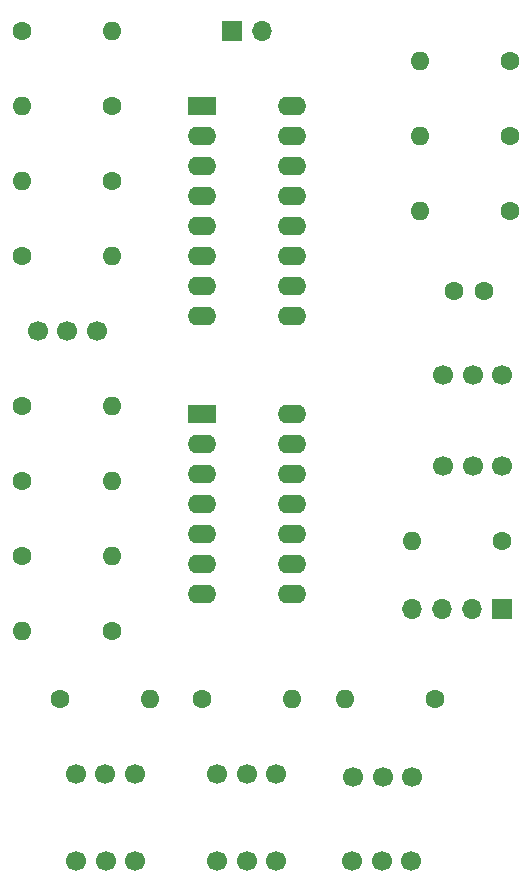
<source format=gbs>
%TF.GenerationSoftware,KiCad,Pcbnew,(5.1.12)-1*%
%TF.CreationDate,2021-11-26T16:16:20-08:00*%
%TF.ProjectId,VCF_LowPass,5643465f-4c6f-4775-9061-73732e6b6963,rev?*%
%TF.SameCoordinates,Original*%
%TF.FileFunction,Soldermask,Bot*%
%TF.FilePolarity,Negative*%
%FSLAX46Y46*%
G04 Gerber Fmt 4.6, Leading zero omitted, Abs format (unit mm)*
G04 Created by KiCad (PCBNEW (5.1.12)-1) date 2021-11-26 16:16:20*
%MOMM*%
%LPD*%
G01*
G04 APERTURE LIST*
%ADD10C,1.700000*%
%ADD11O,2.400000X1.600000*%
%ADD12R,2.400000X1.600000*%
%ADD13C,1.600000*%
%ADD14R,1.700000X1.700000*%
%ADD15O,1.700000X1.700000*%
%ADD16O,1.600000X1.600000*%
G04 APERTURE END LIST*
D10*
%TO.C,RV4*%
X94314000Y-123825000D03*
X96814000Y-123825000D03*
X99314000Y-123825000D03*
%TD*%
%TO.C,J5*%
X94314000Y-116078000D03*
X96814000Y-116078000D03*
X99314000Y-116078000D03*
%TD*%
%TO.C,RV1*%
X63199000Y-149860000D03*
X65699000Y-149860000D03*
X68199000Y-149860000D03*
%TD*%
%TO.C,RV3*%
X86694000Y-150114000D03*
X89194000Y-150114000D03*
X91694000Y-150114000D03*
%TD*%
%TO.C,RV2*%
X75184000Y-149860000D03*
X77684000Y-149860000D03*
X80184000Y-149860000D03*
%TD*%
%TO.C,J1*%
X68246000Y-157226000D03*
X65746000Y-157226000D03*
X63246000Y-157226000D03*
%TD*%
%TO.C,J2*%
X80184000Y-157226000D03*
X77684000Y-157226000D03*
X75184000Y-157226000D03*
%TD*%
%TO.C,J3*%
X91614000Y-157226000D03*
X89114000Y-157226000D03*
X86614000Y-157226000D03*
%TD*%
D11*
%TO.C,IC1*%
X81534000Y-93345000D03*
X73914000Y-111125000D03*
X81534000Y-95885000D03*
X73914000Y-108585000D03*
X81534000Y-98425000D03*
X73914000Y-106045000D03*
X81534000Y-100965000D03*
X73914000Y-103505000D03*
X81534000Y-103505000D03*
X73914000Y-100965000D03*
X81534000Y-106045000D03*
X73914000Y-98425000D03*
X81534000Y-108585000D03*
X73914000Y-95885000D03*
X81534000Y-111125000D03*
D12*
X73914000Y-93345000D03*
%TD*%
D13*
%TO.C,C2*%
X95250000Y-108966000D03*
X97750000Y-108966000D03*
%TD*%
D14*
%TO.C,J4*%
X76454000Y-86995000D03*
D15*
X78994000Y-86995000D03*
%TD*%
D14*
%TO.C,J6*%
X99314000Y-135890000D03*
D15*
X96774000Y-135890000D03*
X94234000Y-135890000D03*
X91694000Y-135890000D03*
%TD*%
D16*
%TO.C,R1*%
X69469000Y-143510000D03*
D13*
X61849000Y-143510000D03*
%TD*%
%TO.C,R2*%
X73914000Y-143510000D03*
D16*
X81534000Y-143510000D03*
%TD*%
%TO.C,R3*%
X85979000Y-143510000D03*
D13*
X93599000Y-143510000D03*
%TD*%
%TO.C,R4*%
X66294000Y-137795000D03*
D16*
X58674000Y-137795000D03*
%TD*%
D13*
%TO.C,R5*%
X58674000Y-131445000D03*
D16*
X66294000Y-131445000D03*
%TD*%
%TO.C,R6*%
X66294000Y-125095000D03*
D13*
X58674000Y-125095000D03*
%TD*%
%TO.C,R7*%
X58674000Y-86995000D03*
D16*
X66294000Y-86995000D03*
%TD*%
%TO.C,R8*%
X58674000Y-93345000D03*
D13*
X66294000Y-93345000D03*
%TD*%
%TO.C,R9*%
X58674000Y-118745000D03*
D16*
X66294000Y-118745000D03*
%TD*%
%TO.C,R10*%
X58674000Y-99695000D03*
D13*
X66294000Y-99695000D03*
%TD*%
%TO.C,R11*%
X58674000Y-106045000D03*
D16*
X66294000Y-106045000D03*
%TD*%
%TO.C,R12*%
X92329000Y-95885000D03*
D13*
X99949000Y-95885000D03*
%TD*%
D16*
%TO.C,R13*%
X92329000Y-89535000D03*
D13*
X99949000Y-89535000D03*
%TD*%
%TO.C,R14*%
X99949000Y-102235000D03*
D16*
X92329000Y-102235000D03*
%TD*%
D13*
%TO.C,R15*%
X99314000Y-130175000D03*
D16*
X91694000Y-130175000D03*
%TD*%
D12*
%TO.C,U1*%
X73914000Y-119380000D03*
D11*
X81534000Y-134620000D03*
X73914000Y-121920000D03*
X81534000Y-132080000D03*
X73914000Y-124460000D03*
X81534000Y-129540000D03*
X73914000Y-127000000D03*
X81534000Y-127000000D03*
X73914000Y-129540000D03*
X81534000Y-124460000D03*
X73914000Y-132080000D03*
X81534000Y-121920000D03*
X73914000Y-134620000D03*
X81534000Y-119380000D03*
%TD*%
D10*
%TO.C,C1*%
X59984000Y-112395000D03*
X62484000Y-112395000D03*
X64984000Y-112395000D03*
%TD*%
M02*

</source>
